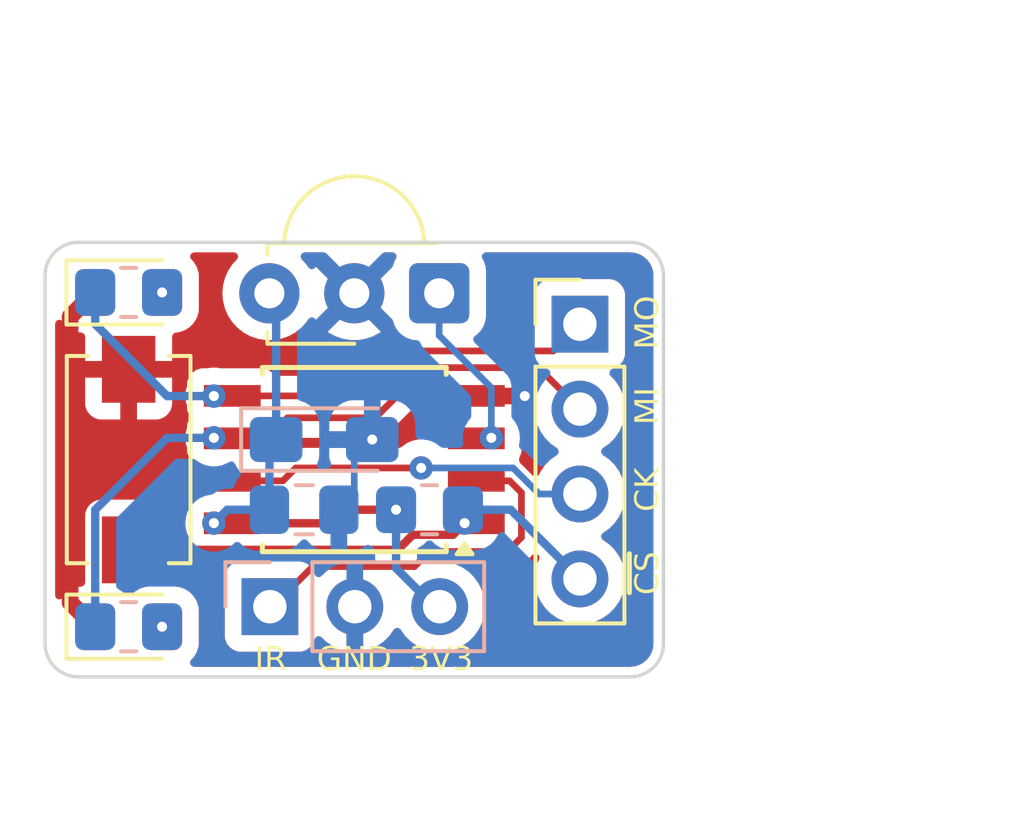
<source format=kicad_pcb>
(kicad_pcb (version 20241229) (generator "pcbnew") (generator_version "9.0")
  (layers (0 "F.Cu" signal) (2 "B.Cu" signal) (13 "F.Paste" user) (15 "B.Paste" user) (5 "F.SilkS" user "F.Silkscreen") (7 "B.SilkS" user "B.Silkscreen") (1 "F.Mask" user) (3 "B.Mask" user) (25 "Edge.Cuts" user))
  (net 0 "")
  (net 1 "+3.3V")
  (net 2 "GND")
  (net 3 "/MOSI")
  (net 4 "/MISO")
  (net 5 "/SCK")
  (net 6 "/~{CS}")
  (net 7 "IR_INPUT")
  (net 8 "IR_DECODED")
  (net 9 "Net-(D1-A)")
  (net 10 "Net-(D2-A)")
  (footprint "sumec_brd:SW_SPST_EVQPE1" (layer "F.Cu") (at 139.25 100 -90)
    (property "Reference" "SW1" (hide yes))
    (property "Value" "SW_Push")
    (fp_line (start -3.1 1.85) (end 3.1 1.85) (stroke (width 0.12)) (layer "F.SilkS"))
    (fp_line (start 3.1 1.85) (end 3.1 1.2) (stroke (width 0.12)) (layer "F.SilkS"))
    (fp_line (start -3.1 1.2) (end -3.1 1.85) (stroke (width 0.12)) (layer "F.SilkS"))
    (fp_line (start -3.1 -1.85) (end -3.1 -1.2) (stroke (width 0.12)) (layer "F.SilkS"))
    (fp_line (start 3.1 -1.85) (end 3.1 -1.2) (stroke (width 0.12)) (layer "F.SilkS"))
    (fp_line (start 3.1 -1.85) (end -3.1 -1.85) (stroke (width 0.12)) (layer "F.SilkS"))
    (pad "1" smd rect (at -2.7 0 270) (size 2 1.6) (layers "F.Cu" "F.Mask" "F.Paste") (net 2 "GND"))
    (pad "2" smd rect (at 2.7 0 270) (size 2 1.6) (layers "F.Cu" "F.Mask" "F.Paste") (net 6 "/~{CS}"))
  )
  (footprint "LED_SMD:LED_0805_2012Metric_Pad1.15x1.40mm_HandSolder" (layer "F.Cu") (at 139.25 95)
    (property "Reference" "D2" (hide yes))
    (property "Value" "LED")
    (fp_line (start -1.86 -0.96) (end -1.86 0.96) (stroke (width 0.12)) (layer "F.SilkS"))
    (fp_line (start -1.86 0.96) (end 1 0.96) (stroke (width 0.12)) (layer "F.SilkS"))
    (fp_line (start 1 -0.96) (end -1.86 -0.96) (stroke (width 0.12)) (layer "F.SilkS"))
    (pad "1" smd roundrect (at -1.025 0) (size 1.15 1.4) (layers "F.Cu" "F.Mask" "F.Paste") (roundrect_rratio 0.217391) (net 2 "GND"))
    (pad "2" smd roundrect (at 1.025 0) (size 1.15 1.4) (layers "F.Cu" "F.Mask" "F.Paste") (roundrect_rratio 0.217391) (net 10 "Net-(D2-A)"))
  )
  (footprint "OptoDevice:Vishay_MINICAST-3Pin" (layer "F.Cu") (at 148.54 95.025 180)
    (property "Reference" "U2" (hide yes))
    (property "Value" "TSOP382xx")
    (fp_line (start 5.14 1.5) (end 0.05 1.5) (stroke (width 0.12)) (layer "F.SilkS"))
    (fp_line (start 5.14 1.16) (end 5.14 1.5) (stroke (width 0.12)) (layer "F.SilkS"))
    (fp_line (start 5.14 -1.16) (end 5.14 -1.51) (stroke (width 0.12)) (layer "F.SilkS"))
    (fp_line (start 5.14 -1.51) (end 2.54 -1.51) (stroke (width 0.12)) (layer "F.SilkS"))
    (fp_arc (start 4.64 1.5) (mid 2.540869 3.502379) (end 0.440083 1.501736) (stroke (width 0.12)) (layer "F.SilkS"))
    (pad "1" thru_hole roundrect (at 0 0 180) (size 1.8 1.8) (drill 0.9) (layers "*.Cu" "*.Mask") (roundrect_rratio 0.139) (net 7 "IR_INPUT"))
    (pad "2" thru_hole circle (at 2.54 0 180) (size 1.8 1.8) (drill 0.9) (layers "*.Cu" "*.Mask") (net 2 "GND"))
    (pad "3" thru_hole circle (at 5.08 0 180) (size 1.8 1.8) (drill 0.9) (layers "*.Cu" "*.Mask") (net 1 "+3.3V"))
  )
  (footprint "Package_SO:SOIC-8W_5.3x5.3mm_P1.27mm" (layer "F.Cu") (at 146 100 180)
    (property "Reference" "U1" (hide yes))
    (property "Value" "ATtiny85-20S")
    (fp_line (start 2.75 2.755) (end 2.75 2.55) (stroke (width 0.15)) (layer "F.SilkS"))
    (fp_line (start 2.75 -2.755) (end 2.75 -2.55) (stroke (width 0.15)) (layer "F.SilkS"))
    (fp_line (start -2.75 2.755) (end 2.75 2.755) (stroke (width 0.15)) (layer "F.SilkS"))
    (fp_line (start -2.75 2.755) (end -2.75 2.55) (stroke (width 0.15)) (layer "F.SilkS"))
    (fp_line (start -2.75 -2.755) (end 2.75 -2.755) (stroke (width 0.15)) (layer "F.SilkS"))
    (fp_line (start -2.75 -2.755) (end -2.75 -2.55) (stroke (width 0.15)) (layer "F.SilkS"))
    (fp_poly (pts (xy -3.3 -2.5) (xy -3.54 -2.83) (xy -3.06 -2.83) (xy -3.3 -2.5)) (stroke (width 0.12)) (fill yes) (layer "F.SilkS"))
    (pad "1" smd rect (at -3.65 -1.905 180) (size 1.7 0.65) (layers "F.Cu" "F.Mask" "F.Paste") (net 6 "/~{CS}"))
    (pad "2" smd rect (at -3.65 -0.635 180) (size 1.7 0.65) (layers "F.Cu" "F.Mask" "F.Paste") (net 8 "IR_DECODED"))
    (pad "3" smd rect (at -3.65 0.635 180) (size 1.7 0.65) (layers "F.Cu" "F.Mask" "F.Paste") (net 7 "IR_INPUT"))
    (pad "4" smd rect (at -3.65 1.905 180) (size 1.7 0.65) (layers "F.Cu" "F.Mask" "F.Paste") (net 2 "GND"))
    (pad "5" smd rect (at 3.65 1.905 180) (size 1.7 0.65) (layers "F.Cu" "F.Mask" "F.Paste") (net 3 "/MOSI"))
    (pad "6" smd rect (at 3.65 0.635 180) (size 1.7 0.65) (layers "F.Cu" "F.Mask" "F.Paste") (net 4 "/MISO"))
    (pad "7" smd rect (at 3.65 -0.635 180) (size 1.7 0.65) (layers "F.Cu" "F.Mask" "F.Paste") (net 5 "/SCK"))
    (pad "8" smd rect (at 3.65 -1.905 180) (size 1.7 0.65) (layers "F.Cu" "F.Mask" "F.Paste") (net 1 "+3.3V"))
  )
  (footprint "LED_SMD:LED_0805_2012Metric_Pad1.15x1.40mm_HandSolder" (layer "F.Cu") (at 139.25 105)
    (property "Reference" "D1" (hide yes))
    (property "Value" "LED")
    (fp_line (start -1.86 -0.96) (end -1.86 0.96) (stroke (width 0.12)) (layer "F.SilkS"))
    (fp_line (start -1.86 0.96) (end 1 0.96) (stroke (width 0.12)) (layer "F.SilkS"))
    (fp_line (start 1 -0.96) (end -1.86 -0.96) (stroke (width 0.12)) (layer "F.SilkS"))
    (pad "1" smd roundrect (at -1.025 0) (size 1.15 1.4) (layers "F.Cu" "F.Mask" "F.Paste") (roundrect_rratio 0.217391) (net 2 "GND"))
    (pad "2" smd roundrect (at 1.025 0) (size 1.15 1.4) (layers "F.Cu" "F.Mask" "F.Paste") (roundrect_rratio 0.217391) (net 9 "Net-(D1-A)"))
  )
  (footprint "Connector_PinHeader_2.54mm:PinHeader_1x04_P2.54mm_Vertical" (layer "F.Cu") (at 152.75 95.95)
    (property "Reference" "J2" (hide yes))
    (property "Value" "Conn_01x04_Pin")
    (fp_line (start -1.33 -1.33) (end 0 -1.33) (stroke (width 0.12)) (layer "F.SilkS"))
    (fp_line (start -1.33 0) (end -1.33 -1.33) (stroke (width 0.12)) (layer "F.SilkS"))
    (fp_line (start -1.33 1.27) (end -1.33 8.95) (stroke (width 0.12)) (layer "F.SilkS"))
    (fp_line (start -1.33 1.27) (end 1.33 1.27) (stroke (width 0.12)) (layer "F.SilkS"))
    (fp_line (start -1.33 8.95) (end 1.33 8.95) (stroke (width 0.12)) (layer "F.SilkS"))
    (fp_line (start 1.33 1.27) (end 1.33 8.95) (stroke (width 0.12)) (layer "F.SilkS"))
    (pad "1" thru_hole rect (at 0 0) (size 1.7 1.7) (drill 1) (layers "*.Cu" "*.Mask") (net 3 "/MOSI"))
    (pad "2" thru_hole oval (at 0 2.54) (size 1.7 1.7) (drill 1) (layers "*.Cu" "*.Mask") (net 4 "/MISO"))
    (pad "3" thru_hole oval (at 0 5.08) (size 1.7 1.7) (drill 1) (layers "*.Cu" "*.Mask") (net 5 "/SCK"))
    (pad "4" thru_hole oval (at 0 7.62) (size 1.7 1.7) (drill 1) (layers "*.Cu" "*.Mask") (net 6 "/~{CS}"))
  )
  (footprint "Resistor_SMD:R_0805_2012Metric_Pad1.20x1.40mm_HandSolder" (layer "B.Cu") (at 148.25 101.5 180)
    (property "Reference" "R2" (hide yes))
    (property "Value" "10k")
    (fp_line (start 0.227064 0.735) (end -0.227064 0.735) (stroke (width 0.12)) (layer "B.SilkS"))
    (fp_line (start 0.227064 -0.735) (end -0.227064 -0.735) (stroke (width 0.12)) (layer "B.SilkS"))
    (pad "1" smd roundrect (at -1 0 180) (size 1.2 1.4) (layers "B.Cu" "B.Mask" "B.Paste") (roundrect_rratio 0.208333) (net 6 "/~{CS}"))
    (pad "2" smd roundrect (at 1 0 180) (size 1.2 1.4) (layers "B.Cu" "B.Mask" "B.Paste") (roundrect_rratio 0.208333) (net 1 "+3.3V"))
  )
  (footprint "Capacitor_Tantalum_SMD:CP_EIA-3216-18_Kemet-A_Pad1.58x1.35mm_HandSolder" (layer "B.Cu") (at 145.1 99.4)
    (property "Reference" "C1" (hide yes))
    (property "Value" "10uF")
    (fp_line (start -2.485 -0.935) (end -2.485 0.935) (stroke (width 0.12)) (layer "B.SilkS"))
    (fp_line (start -2.485 0.935) (end 1.6 0.935) (stroke (width 0.12)) (layer "B.SilkS"))
    (fp_line (start 1.6 -0.935) (end -2.485 -0.935) (stroke (width 0.12)) (layer "B.SilkS"))
    (pad "1" smd roundrect (at -1.4375 0) (size 1.575 1.35) (layers "B.Cu" "B.Mask" "B.Paste") (roundrect_rratio 0.185185) (net 1 "+3.3V"))
    (pad "2" smd roundrect (at 1.4375 0) (size 1.575 1.35) (layers "B.Cu" "B.Mask" "B.Paste") (roundrect_rratio 0.185185) (net 2 "GND"))
  )
  (footprint "Capacitor_SMD:C_0805_2012Metric_Pad1.18x1.45mm_HandSolder" (layer "B.Cu") (at 144.5 101.5)
    (property "Reference" "C2" (hide yes))
    (property "Value" "100nF")
    (fp_line (start 0.261252 -0.735) (end -0.261252 -0.735) (stroke (width 0.12)) (layer "B.SilkS"))
    (fp_line (start 0.261252 0.735) (end -0.261252 0.735) (stroke (width 0.12)) (layer "B.SilkS"))
    (pad "1" smd roundrect (at -1.0375 0) (size 1.175 1.45) (layers "B.Cu" "B.Mask" "B.Paste") (roundrect_rratio 0.212766) (net 1 "+3.3V"))
    (pad "2" smd roundrect (at 1.0375 0) (size 1.175 1.45) (layers "B.Cu" "B.Mask" "B.Paste") (roundrect_rratio 0.212766) (net 2 "GND"))
  )
  (footprint "Resistor_SMD:R_0805_2012Metric_Pad1.20x1.40mm_HandSolder" (layer "B.Cu") (at 139.25 105)
    (property "Reference" "R1" (hide yes))
    (property "Value" "220R")
    (fp_line (start 0.227064 -0.735) (end -0.227064 -0.735) (stroke (width 0.12)) (layer "B.SilkS"))
    (fp_line (start 0.227064 0.735) (end -0.227064 0.735) (stroke (width 0.12)) (layer "B.SilkS"))
    (pad "1" smd roundrect (at -1 0) (size 1.2 1.4) (layers "B.Cu" "B.Mask" "B.Paste") (roundrect_rratio 0.208333) (net 4 "/MISO"))
    (pad "2" smd roundrect (at 1 0) (size 1.2 1.4) (layers "B.Cu" "B.Mask" "B.Paste") (roundrect_rratio 0.208333) (net 9 "Net-(D1-A)"))
  )
  (footprint "Connector_PinHeader_2.54mm:PinHeader_1x03_P2.54mm_Vertical" (layer "B.Cu") (at 143.475 104.4 -90)
    (property "Reference" "J1" (hide yes))
    (property "Value" "Conn_01x03_Pin")
    (fp_line (start -1.33 1.33) (end -1.33 0) (stroke (width 0.12)) (layer "B.SilkS"))
    (fp_line (start 0 1.33) (end -1.33 1.33) (stroke (width 0.12)) (layer "B.SilkS"))
    (fp_line (start 1.33 -1.27) (end -1.33 -1.27) (stroke (width 0.12)) (layer "B.SilkS"))
    (fp_line (start -1.33 -6.41) (end -1.33 -1.27) (stroke (width 0.12)) (layer "B.SilkS"))
    (fp_line (start 1.33 -6.41) (end 1.33 -1.27) (stroke (width 0.12)) (layer "B.SilkS"))
    (fp_line (start 1.33 -6.41) (end -1.33 -6.41) (stroke (width 0.12)) (layer "B.SilkS"))
    (pad "1" thru_hole rect (at 0 0 270) (size 1.7 1.7) (drill 1) (layers "*.Cu" "*.Mask") (net 8 "IR_DECODED"))
    (pad "2" thru_hole oval (at 0 -2.54 270) (size 1.7 1.7) (drill 1) (layers "*.Cu" "*.Mask") (net 2 "GND"))
    (pad "3" thru_hole oval (at 0 -5.08 270) (size 1.7 1.7) (drill 1) (layers "*.Cu" "*.Mask") (net 1 "+3.3V"))
  )
  (footprint "Resistor_SMD:R_0805_2012Metric_Pad1.20x1.40mm_HandSolder" (layer "B.Cu") (at 139.25 95)
    (property "Reference" "R3" (hide yes))
    (property "Value" "220R")
    (fp_line (start 0.227064 -0.735) (end -0.227064 -0.735) (stroke (width 0.12)) (layer "B.SilkS"))
    (fp_line (start 0.227064 0.735) (end -0.227064 0.735) (stroke (width 0.12)) (layer "B.SilkS"))
    (pad "1" smd roundrect (at -1 0) (size 1.2 1.4) (layers "B.Cu" "B.Mask" "B.Paste") (roundrect_rratio 0.208333) (net 3 "/MOSI"))
    (pad "2" smd roundrect (at 1 0) (size 1.2 1.4) (layers "B.Cu" "B.Mask" "B.Paste") (roundrect_rratio 0.208333) (net 10 "Net-(D2-A)"))
  )
  (gr_arc (start 137.75 106.5) (mid 137.042893 106.207107) (end 136.75 105.5) (stroke (width 0.1)) (layer "Edge.Cuts"))
  (gr_line (start 137.75 93.5) (end 154.25 93.5) (stroke (width 0.1)) (layer "Edge.Cuts"))
  (gr_arc (start 136.75 94.5) (mid 137.042893 93.792893) (end 137.75 93.5) (stroke (width 0.1)) (layer "Edge.Cuts"))
  (gr_arc (start 154.25 93.5) (mid 154.957107 93.792893) (end 155.25 94.5) (stroke (width 0.1)) (layer "Edge.Cuts"))
  (gr_line (start 136.75 105.5) (end 136.75 94.5) (stroke (width 0.1)) (layer "Edge.Cuts"))
  (gr_line (start 154.25 106.5) (end 137.75 106.5) (stroke (width 0.1)) (layer "Edge.Cuts"))
  (gr_arc (start 155.25 105.5) (mid 154.957107 106.207107) (end 154.25 106.5) (stroke (width 0.1)) (layer "Edge.Cuts"))
  (gr_line (start 155.25 94.5) (end 155.25 105.5) (stroke (width 0.1)) (layer "Edge.Cuts"))
  (gr_text "MI" (at 154.8 98.4 90) (layer "F.SilkS") (effects (font (size 0.7 0.7))))
  (gr_text "IR" (at 143.5 106 0) (layer "F.SilkS") (effects (font (size 0.7 0.7))))
  (gr_text "GND" (at 146 106 0) (layer "F.SilkS") (effects (font (size 0.7 0.7))))
  (gr_text "~{CS}" (at 154.8 103.4 90) (layer "F.SilkS") (effects (font (size 0.7 0.7))))
  (gr_text "MO" (at 154.8 95.9 90) (layer "F.SilkS") (effects (font (size 0.7 0.7))))
  (gr_text "CK" (at 154.8 100.9 90) (layer "F.SilkS") (effects (font (size 0.7 0.7))))
  (gr_text "3V3" (at 148.6 106 0) (layer "F.SilkS") (effects (font (size 0.7 0.7))))
  (segment (start 145.5 101.5) (end 145.095 101.905) (width 0.25) (layer "F.Cu") (net 1))
  (segment (start 145.095 101.905) (end 142.35 101.905) (width 0.25) (layer "F.Cu") (net 1))
  (segment (start 147.25 101.5) (end 145.5 101.5) (width 0.25) (layer "F.Cu") (net 1))
  (via (at 141.8 101.9) (size 0.7) (drill 0.3) (layers "F.Cu" "B.Cu") (net 1))
  (via (at 147.25 101.5) (size 0.7) (drill 0.3) (layers "F.Cu" "B.Cu") (net 1))
  (segment (start 143.6625 95.2275) (end 143.46 95.025) (width 0.25) (layer "B.Cu") (net 1))
  (segment (start 147.25 103.25) (end 148.5 104.5) (width 0.25) (layer "B.Cu") (net 1))
  (segment (start 142.2 101.5) (end 141.8 101.9) (width 0.25) (layer "B.Cu") (net 1))
  (segment (start 143.4625 101.5) (end 143.4625 99.6) (width 0.25) (layer "B.Cu") (net 1))
  (segment (start 143.4625 101.5) (end 142.2 101.5) (width 0.25) (layer "B.Cu") (net 1))
  (segment (start 148.5 104.5) (end 148.54 104.5) (width 0.25) (layer "B.Cu") (net 1))
  (segment (start 143.6625 99.4) (end 143.6625 95.2275) (width 0.25) (layer "B.Cu") (net 1))
  (segment (start 143.4625 99.6) (end 143.6625 99.4) (width 0.25) (layer "B.Cu") (net 1))
  (segment (start 147.25 101.5) (end 147.25 103.25) (width 0.25) (layer "B.Cu") (net 1))
  (segment (start 138.225 105) (end 137.5 104.275) (width 0.5) (layer "F.Cu") (net 2))
  (segment (start 146.5375 99.4) (end 147.1 99.4) (width 0.2) (layer "F.Cu") (net 2))
  (segment (start 138.225 95) (end 137.5 95.725) (width 0.5) (layer "F.Cu") (net 2))
  (segment (start 149.65 98.095) (end 151.095 98.095) (width 0.2) (layer "F.Cu") (net 2))
  (segment (start 137.5 95.725) (end 137.5 97.5) (width 0.5) (layer "F.Cu") (net 2))
  (segment (start 147.1 99.4) (end 148.405 98.095) (width 0.2) (layer "F.Cu") (net 2))
  (segment (start 148.405 98.095) (end 149.65 98.095) (width 0.2) (layer "F.Cu") (net 2))
  (segment (start 151.095 98.095) (end 151.1 98.1) (width 0.2) (layer "F.Cu") (net 2))
  (segment (start 137.5 104.275) (end 137.5 103) (width 0.5) (layer "F.Cu") (net 2))
  (via (at 151.1 98.1) (size 0.7) (drill 0.3) (layers "F.Cu" "B.Cu") (net 2))
  (via (at 146.5375 99.4) (size 0.7) (drill 0.3) (layers "F.Cu" "B.Cu") (net 2))
  (segment (start 146 101.0375) (end 146 99.9375) (width 0.2) (layer "B.Cu") (net 2))
  (segment (start 146 99.9375) (end 146.5375 99.4) (width 0.2) (layer "B.Cu") (net 2))
  (segment (start 145.5375 101.5) (end 146 101.0375) (width 0.2) (layer "B.Cu") (net 2))
  (segment (start 151.95 96.75) (end 147.75 96.75) (width 0.2) (layer "F.Cu") (net 3))
  (segment (start 152.75 95.95) (end 151.95 96.75) (width 0.2) (layer "F.Cu") (net 3))
  (segment (start 147.75 96.75) (end 146.405 98.095) (width 0.2) (layer "F.Cu") (net 3))
  (segment (start 146.405 98.095) (end 142.35 98.095) (width 0.2) (layer "F.Cu") (net 3))
  (via (at 141.8 98.1) (size 0.7) (drill 0.3) (layers "F.Cu" "B.Cu") (net 3))
  (segment (start 138.25 95) (end 138.25 95.95) (width 0.25) (layer "B.Cu") (net 3))
  (segment (start 138.25 95.95) (end 140.4 98.1) (width 0.25) (layer "B.Cu") (net 3))
  (segment (start 140.4 98.1) (end 141.8 98.1) (width 0.25) (layer "B.Cu") (net 3))
  (segment (start 142.35 99.365) (end 143.385 99.365) (width 0.2) (layer "F.Cu") (net 4))
  (segment (start 148.125 97.25) (end 151.51 97.25) (width 0.2) (layer "F.Cu") (net 4))
  (segment (start 151.51 97.25) (end 152.75 98.49) (width 0.2) (layer "F.Cu") (net 4))
  (segment (start 146.625 98.75) (end 148.125 97.25) (width 0.2) (layer "F.Cu") (net 4))
  (segment (start 144 98.75) (end 146.625 98.75) (width 0.2) (layer "F.Cu") (net 4))
  (segment (start 143.385 99.365) (end 144 98.75) (width 0.2) (layer "F.Cu") (net 4))
  (via (at 141.8 99.35) (size 0.7) (drill 0.3) (layers "F.Cu" "B.Cu") (net 4))
  (segment (start 138.25 105) (end 138.25 101.5) (width 0.25) (layer "B.Cu") (net 4))
  (segment (start 138.25 101.5) (end 140.4 99.35) (width 0.25) (layer "B.Cu") (net 4))
  (segment (start 140.4 99.35) (end 141.8 99.35) (width 0.25) (layer "B.Cu") (net 4))
  (segment (start 142.35 100.635) (end 141.815 100.635) (width 0.25) (layer "F.Cu") (net 5))
  (segment (start 144.25 100.25) (end 143.865 100.635) (width 0.2) (layer "F.Cu") (net 5))
  (segment (start 143.865 100.635) (end 142.35 100.635) (width 0.2) (layer "F.Cu") (net 5))
  (segment (start 148 100.25) (end 144.25 100.25) (width 0.2) (layer "F.Cu") (net 5))
  (segment (start 141.815 100.635) (end 141.8 100.65) (width 0.25) (layer "F.Cu") (net 5))
  (via (at 148 100.25) (size 0.7) (drill 0.3) (layers "F.Cu" "B.Cu") (net 5))
  (segment (start 151.53 101.03) (end 152.75 101.03) (width 0.2) (layer "B.Cu") (net 5))
  (segment (start 148 100.25) (end 150.75 100.25) (width 0.2) (layer "B.Cu") (net 5))
  (segment (start 150.75 100.25) (end 151.53 101.03) (width 0.2) (layer "B.Cu") (net 5))
  (segment (start 147.75 102.25) (end 147.3 102.7) (width 0.25) (layer "F.Cu") (net 6))
  (segment (start 149.3 101.9) (end 148.95 102.25) (width 0.25) (layer "F.Cu") (net 6))
  (segment (start 147.3 102.7) (end 139.25 102.7) (width 0.25) (layer "F.Cu") (net 6))
  (segment (start 148.95 102.25) (end 147.75 102.25) (width 0.25) (layer "F.Cu") (net 6))
  (via (at 149.3 101.9) (size 0.7) (drill 0.3) (layers "F.Cu" "B.Cu") (net 6))
  (segment (start 149.25 101.5) (end 150.68 101.5) (width 0.25) (layer "B.Cu") (net 6))
  (segment (start 149.25 101.85) (end 149.3 101.9) (width 0.25) (layer "B.Cu") (net 6))
  (segment (start 149.25 101.5) (end 149.25 101.85) (width 0.25) (layer "B.Cu") (net 6))
  (segment (start 150.68 101.5) (end 152.75 103.57) (width 0.25) (layer "B.Cu") (net 6))
  (via (at 150.1 99.35) (size 0.7) (drill 0.3) (layers "F.Cu" "B.Cu") (net 7))
  (segment (start 148.54 95.025) (end 148.54 96.29) (width 0.2) (layer "B.Cu") (net 7))
  (segment (start 150.1 97.85) (end 150.1 99.35) (width 0.2) (layer "B.Cu") (net 7))
  (segment (start 148.54 96.29) (end 150.1 97.85) (width 0.2) (layer "B.Cu") (net 7))
  (segment (start 151 100.99) (end 150.645 100.635) (width 0.2) (layer "F.Cu") (net 8))
  (segment (start 150.645 100.635) (end 149.65 100.635) (width 0.2) (layer "F.Cu") (net 8))
  (segment (start 150.58 102.75) (end 151 102.33) (width 0.2) (layer "F.Cu") (net 8))
  (segment (start 144.76 103.2) (end 147.8 103.2) (width 0.2) (layer "F.Cu") (net 8))
  (segment (start 148.25 102.75) (end 150.58 102.75) (width 0.2) (layer "F.Cu") (net 8))
  (segment (start 143.46 104.5) (end 144.76 103.2) (width 0.2) (layer "F.Cu") (net 8))
  (segment (start 147.8 103.2) (end 148.25 102.75) (width 0.2) (layer "F.Cu") (net 8))
  (segment (start 151 102.33) (end 151 100.99) (width 0.2) (layer "F.Cu") (net 8))
  (segment (start 140.275 105) (end 140.25 105) (width 0.25) (layer "F.Cu") (net 9))
  (via (at 140.25 105) (size 0.7) (drill 0.3) (layers "F.Cu" "B.Cu") (net 9))
  (via (at 140.25 95) (size 0.7) (drill 0.3) (layers "F.Cu" "B.Cu") (net 10))
  (zone (net 2) (net_name "GND") (layers "F.Cu" "B.Cu") (connect_pads (clearance 0.5)) (min_thickness 0.25) (fill yes (thermal_gap 0.5) (thermal_bridge_width 0.5))
    (polygon (pts (xy 155.25 106.5) (xy 136.75 106.5) (xy 136.75 93.5) (xy 155.25 93.5)))
  )
)
</source>
